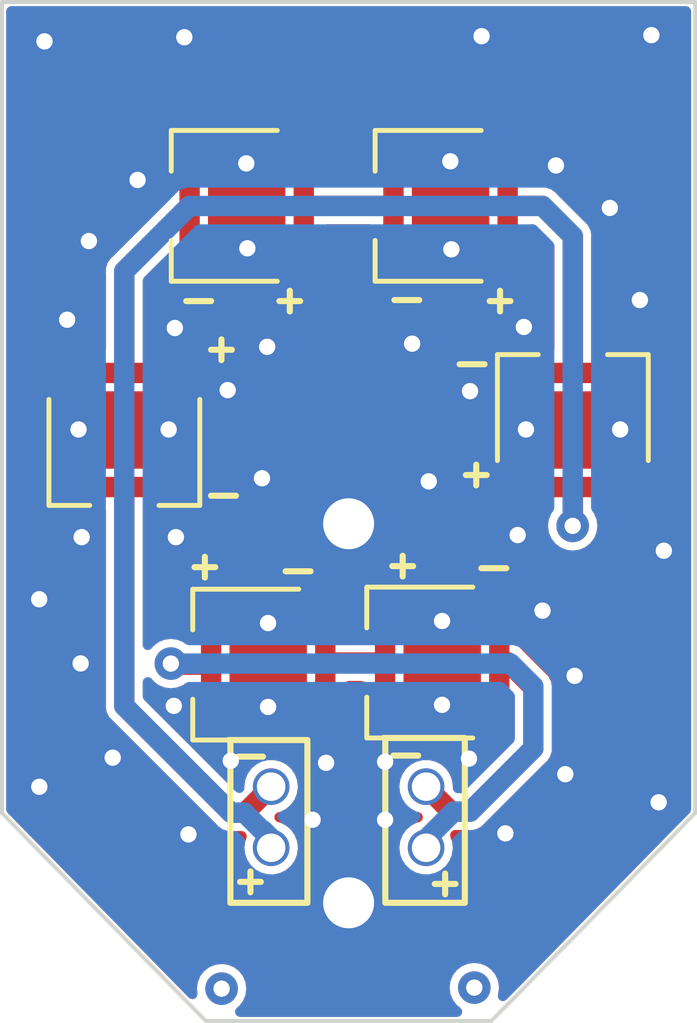
<source format=kicad_pcb>
(kicad_pcb (version 20211014) (generator pcbnew)
  (layers (0 "F.Cu" signal) (31 "B.Cu" signal) (34 "B.Paste" user) (35 "F.Paste" user) (36 "B.SilkS" user "B.Silkscreen") (37 "F.SilkS" user "F.Silkscreen") (38 "B.Mask" user) (39 "F.Mask" user) (44 "Edge.Cuts" user))
  (net 0 "")
  (net 1 "Net-(D1-Pad2)")
  (net 2 "Net-(D1-Pad1)")
  (net 3 "Net-(D1-Pad3)")
  (net 4 "Net-(D2-Pad2)")
  (net 5 "Net-(D2-Pad1)")
  (net 6 "Net-(D3-Pad2)")
  (net 7 "Net-(D4-Pad2)")
  (net 8 "Net-(D5-Pad2)")
  (net 9 "Net-(D8-Pad2)")
  (footprint "LED:LED_Cree-XHP35" (layer "F.Cu") (at 99.0436 64.0078)
    (fp_text reference "D3" hide)
    (fp_text value "LED_Cree_XHP50_6V" hide)
    (fp_line (start -1.85 1.85) (end -1.85 0.85) (layer "F.SilkS") (width 0.12))
    (fp_line (start -1.85 -1.85) (end -1.85 -0.85) (layer "F.SilkS") (width 0.12))
    (fp_line (start 0.75 1.85) (end -1.85 1.85) (layer "F.SilkS") (width 0.12))
    (fp_line (start 0.75 -1.85) (end -1.85 -1.85) (layer "F.SilkS") (width 0.12))
    (pad "1" smd rect locked (at -1.4 0) (size 0.5 3.3) (layers "F.Cu" "F.Paste" "F.Mask") (net 1 "Net-(D1-Pad2)"))
    (pad "2" smd rect locked (at 1.4 0) (size 0.5 3.3) (layers "F.Cu" "F.Paste" "F.Mask") (net 6 "Net-(D3-Pad2)"))
    (pad "3" smd rect locked (at 0 0) (size 1.3 3.3) (layers "F.Cu" "F.Mask") (net 3 "Net-(D1-Pad3)"))
  )
  (footprint "LED:LED_Cree-XHP35" (layer "F.Cu") (at 107.0436 69.5078 -90)
    (fp_text reference "D8" hide)
    (fp_text value "LED_Cree_XHP50_6V" hide)
    (fp_line (start -1.85 -1.85) (end -1.85 -0.85) (layer "F.SilkS") (width 0.12))
    (fp_line (start 0.75 -1.85) (end -1.85 -1.85) (layer "F.SilkS") (width 0.12))
    (fp_line (start 0.75 1.85) (end -1.85 1.85) (layer "F.SilkS") (width 0.12))
    (fp_line (start -1.85 1.85) (end -1.85 0.85) (layer "F.SilkS") (width 0.12))
    (pad "1" smd rect locked (at -1.4 0 270) (size 0.5 3.3) (layers "F.Cu" "F.Paste" "F.Mask") (net 8 "Net-(D5-Pad2)"))
    (pad "2" smd rect locked (at 1.4 0 270) (size 0.5 3.3) (layers "F.Cu" "F.Paste" "F.Mask") (net 9 "Net-(D8-Pad2)"))
    (pad "3" smd rect locked (at 0 0 270) (size 1.3 3.3) (layers "F.Cu" "F.Mask") (net 3 "Net-(D1-Pad3)"))
  )
  (footprint "mount_holes:Hole_screw_M1p2" (layer "F.Cu") (at 101.5436 81.1078)
    (fp_text reference "U2" hide)
    (fp_text value "Mounting_Hole_M2" hide)
    (pad "1" thru_hole circle (at 0 0) (size 1.35 1.35) (drill 1.25) (layers *.Cu *.Mask) (net 3 "Net-(D1-Pad3)"))
  )
  (footprint "Wire_holes:WireHole_0p7" (layer "F.Cu") (at 99.6436 79.7578)
    (fp_text reference "D9" hide)
    (fp_text value "Conn_Hole_0p7" hide)
    (pad "1" thru_hole circle (at 0 0) (size 0.9 0.9) (drill 0.7) (layers *.Cu *.Mask) (net 9 "Net-(D8-Pad2)"))
  )
  (footprint "Wire_holes:WireHole_0p7" (layer "F.Cu") (at 103.4436 79.7578)
    (fp_text reference "D7" hide)
    (fp_text value "Conn_Hole_0p7" hide)
    (pad "1" thru_hole circle (at 0 0) (size 0.9 0.9) (drill 0.7) (layers *.Cu *.Mask) (net 5 "Net-(D2-Pad1)"))
  )
  (footprint "LED:LED_Cree-XHP35" (layer "F.Cu") (at 104.0436 64.0078)
    (fp_text reference "D5" hide)
    (fp_text value "LED_Cree_XHP50_6V" hide)
    (fp_line (start 0.75 1.85) (end -1.85 1.85) (layer "F.SilkS") (width 0.12))
    (fp_line (start 0.75 -1.85) (end -1.85 -1.85) (layer "F.SilkS") (width 0.12))
    (fp_line (start -1.85 -1.85) (end -1.85 -0.85) (layer "F.SilkS") (width 0.12))
    (fp_line (start -1.85 1.85) (end -1.85 0.85) (layer "F.SilkS") (width 0.12))
    (pad "1" smd rect locked (at -1.4 0) (size 0.5 3.3) (layers "F.Cu" "F.Paste" "F.Mask") (net 6 "Net-(D3-Pad2)"))
    (pad "2" smd rect locked (at 1.4 0) (size 0.5 3.3) (layers "F.Cu" "F.Paste" "F.Mask") (net 8 "Net-(D5-Pad2)"))
    (pad "3" smd rect locked (at 0 0) (size 1.3 3.3) (layers "F.Cu" "F.Mask") (net 3 "Net-(D1-Pad3)"))
  )
  (footprint "LED:LED_Cree-XHP35" (layer "F.Cu") (at 96.0436 69.5078 90)
    (fp_text reference "D1" hide)
    (fp_text value "LED_Cree_XHP50_6V" hide)
    (fp_line (start -1.85 1.85) (end -1.85 0.85) (layer "F.SilkS") (width 0.12))
    (fp_line (start 0.75 1.85) (end -1.85 1.85) (layer "F.SilkS") (width 0.12))
    (fp_line (start -1.85 -1.85) (end -1.85 -0.85) (layer "F.SilkS") (width 0.12))
    (fp_line (start 0.75 -1.85) (end -1.85 -1.85) (layer "F.SilkS") (width 0.12))
    (pad "1" smd rect locked (at -1.4 0 90) (size 0.5 3.3) (layers "F.Cu" "F.Paste" "F.Mask") (net 2 "Net-(D1-Pad1)"))
    (pad "2" smd rect locked (at 1.4 0 90) (size 0.5 3.3) (layers "F.Cu" "F.Paste" "F.Mask") (net 1 "Net-(D1-Pad2)"))
    (pad "3" smd rect locked (at 0 0 90) (size 1.3 3.3) (layers "F.Cu" "F.Mask") (net 3 "Net-(D1-Pad3)"))
  )
  (footprint "LED:LED_Cree-XHP35" (layer "F.Cu") (at 99.5714 75.2638)
    (fp_text reference "D2" hide)
    (fp_text value "LED_Cree_XHP50_6V" hide)
    (fp_line (start 0.75 -1.85) (end -1.85 -1.85) (layer "F.SilkS") (width 0.12))
    (fp_line (start -1.85 1.85) (end -1.85 0.85) (layer "F.SilkS") (width 0.12))
    (fp_line (start 0.75 1.85) (end -1.85 1.85) (layer "F.SilkS") (width 0.12))
    (fp_line (start -1.85 -1.85) (end -1.85 -0.85) (layer "F.SilkS") (width 0.12))
    (pad "1" smd rect locked (at -1.4 0) (size 0.5 3.3) (layers "F.Cu" "F.Paste" "F.Mask") (net 5 "Net-(D2-Pad1)"))
    (pad "2" smd rect locked (at 1.4 0) (size 0.5 3.3) (layers "F.Cu" "F.Paste" "F.Mask") (net 4 "Net-(D2-Pad2)"))
    (pad "3" smd rect locked (at 0 0) (size 1.3 3.3) (layers "F.Cu" "F.Mask") (net 3 "Net-(D1-Pad3)"))
  )
  (footprint "Wire_holes:WireHole_0p7" (layer "F.Cu") (at 103.4436 78.2578)
    (fp_text reference "D6" hide)
    (fp_text value "Conn_Hole_0p7" hide)
    (pad "1" thru_hole circle (at 0 0) (size 0.9 0.9) (drill 0.7) (layers *.Cu *.Mask) (net 7 "Net-(D4-Pad2)"))
  )
  (footprint "LED:LED_Cree-XHP35" (layer "F.Cu") (at 103.8386 75.213)
    (fp_text reference "D4" hide)
    (fp_text value "LED_Cree_XHP50_6V" hide)
    (fp_line (start 0.75 1.85) (end -1.85 1.85) (layer "F.SilkS") (width 0.12))
    (fp_line (start -1.85 1.85) (end -1.85 0.85) (layer "F.SilkS") (width 0.12))
    (fp_line (start -1.85 -1.85) (end -1.85 -0.85) (layer "F.SilkS") (width 0.12))
    (fp_line (start 0.75 -1.85) (end -1.85 -1.85) (layer "F.SilkS") (width 0.12))
    (pad "1" smd rect locked (at -1.4 0) (size 0.5 3.3) (layers "F.Cu" "F.Paste" "F.Mask") (net 4 "Net-(D2-Pad2)"))
    (pad "2" smd rect locked (at 1.4 0) (size 0.5 3.3) (layers "F.Cu" "F.Paste" "F.Mask") (net 7 "Net-(D4-Pad2)"))
    (pad "3" smd rect locked (at 0 0) (size 1.3 3.3) (layers "F.Cu" "F.Mask") (net 3 "Net-(D1-Pad3)"))
  )
  (footprint "Wire_holes:WireHole_0p7" (layer "F.Cu") (at 99.6436 78.2578)
    (fp_text reference "D10" hide)
    (fp_text value "Conn_Hole_0p7" hide)
    (pad "1" thru_hole circle (at 0 0) (size 0.9 0.9) (drill 0.7) (layers *.Cu *.Mask) (net 2 "Net-(D1-Pad1)"))
  )
  (footprint "mount_holes:Hole_screw_M1p2" (layer "F.Cu") (at 101.5436 71.8078)
    (fp_text reference "U1" hide)
    (fp_text value "Mounting_Hole_M2" hide)
    (pad "1" thru_hole circle (at 0 0) (size 1.35 1.35) (drill 1.25) (layers *.Cu *.Mask) (net 3 "Net-(D1-Pad3)"))
  )
  (gr_line (start 99.1362 80.8482) (end 99.1362 80.3402) (layer "F.SilkS") (width 0.15))
  (gr_line (start 99.9998 72.9742) (end 100.6094 72.9742) (layer "F.SilkS") (width 0.15))
  (gr_rect (start 102.4436 77.0636) (end 104.394 81.1078) (layer "F.SilkS") (width 0.15) (fill none))
  (gr_line (start 105.2576 66.5988) (end 105.2576 66.0908) (layer "F.SilkS") (width 0.15))
  (gr_line (start 98.171 67.5386) (end 98.679 67.5386) (layer "F.SilkS") (width 0.15))
  (gr_line (start 104.4194 70.612) (end 104.9274 70.612) (layer "F.SilkS") (width 0.15))
  (gr_rect (start 98.6436 77.1144) (end 100.5332 81.1078) (layer "F.SilkS") (width 0.15) (fill none))
  (gr_line (start 102.87 73.1012) (end 102.87 72.5932) (layer "F.SilkS") (width 0.15))
  (gr_line (start 102.6668 66.3194) (end 103.2764 66.3194) (layer "F.SilkS") (width 0.15))
  (gr_line (start 104.8004 72.898) (end 105.41 72.898) (layer "F.SilkS") (width 0.15))
  (gr_line (start 98.425 67.7926) (end 98.425 67.2846) (layer "F.SilkS") (width 0.15))
  (gr_line (start 102.616 72.8472) (end 103.124 72.8472) (layer "F.SilkS") (width 0.15))
  (gr_line (start 103.9114 80.899) (end 103.9114 80.391) (layer "F.SilkS") (width 0.15))
  (gr_line (start 104.267 67.8942) (end 104.8766 67.8942) (layer "F.SilkS") (width 0.15))
  (gr_line (start 98.171 71.12) (end 98.7806 71.12) (layer "F.SilkS") (width 0.15))
  (gr_line (start 97.5614 66.3448) (end 98.171 66.3448) (layer "F.SilkS") (width 0.15))
  (gr_line (start 98.8314 77.5208) (end 99.441 77.5208) (layer "F.SilkS") (width 0.15))
  (gr_line (start 98.8822 80.5942) (end 99.3902 80.5942) (layer "F.SilkS") (width 0.15))
  (gr_line (start 105.0036 66.3448) (end 105.5116 66.3448) (layer "F.SilkS") (width 0.15))
  (gr_line (start 104.6734 70.866) (end 104.6734 70.358) (layer "F.SilkS") (width 0.15))
  (gr_line (start 97.7646 72.8726) (end 98.2726 72.8726) (layer "F.SilkS") (width 0.15))
  (gr_line (start 98.0186 73.1266) (end 98.0186 72.6186) (layer "F.SilkS") (width 0.15))
  (gr_line (start 103.6574 80.645) (end 104.1654 80.645) (layer "F.SilkS") (width 0.15))
  (gr_line (start 100.1014 66.5988) (end 100.1014 66.0908) (layer "F.SilkS") (width 0.15))
  (gr_line (start 102.6414 77.4954) (end 103.251 77.4954) (layer "F.SilkS") (width 0.15))
  (gr_line (start 99.8474 66.3448) (end 100.3554 66.3448) (layer "F.SilkS") (width 0.15))
  (gr_line (start 105.0436 84.0078) (end 110.0436 78.9078) (layer "Edge.Cuts") (width 0.1))
  (gr_line (start 110.0436 59.0078) (end 93.0436 59.0078) (layer "Edge.Cuts") (width 0.1))
  (gr_line (start 93.0436 78.9078) (end 98.0436 84.0078) (layer "Edge.Cuts") (width 0.1))
  (gr_line (start 110.0436 78.9078) (end 110.0436 59.0078) (layer "Edge.Cuts") (width 0.1))
  (gr_line (start 98.0436 84.0078) (end 105.0436 84.0078) (layer "Edge.Cuts") (width 0.1))
  (gr_line (start 93.0436 78.9078) (end 93.0436 59.0078) (layer "Edge.Cuts") (width 0.1))
  (via (at 104.626 83.1886) (size 0.8) (drill 0.4) (layers "F.Cu" "B.Cu") (net 0))
  (via (at 98.4284 83.214) (size 0.8) (drill 0.4) (layers "F.Cu" "B.Cu") (net 0))
  (segment (start 96.0436 65.6078) (end 97.6436 64.0078) (width 0.5) (layer "F.Cu") (net 1))
  (segment (start 96.0436 68.1078) (end 96.0436 65.6078) (width 0.5) (layer "F.Cu") (net 1))
  (segment (start 99.0054 78.896) (end 98.657 78.896) (width 0.5) (layer "F.Cu") (net 2))
  (segment (start 98.657 78.896) (end 96.0436 76.2826) (width 0.5) (layer "F.Cu") (net 2))
  (segment (start 96.0436 76.2826) (end 96.0436 70.9078) (width 0.5) (layer "F.Cu") (net 2))
  (segment (start 99.6436 78.2578) (end 99.0054 78.896) (width 0.5) (layer "F.Cu") (net 2))
  (via (at 105.388 79.404) (size 0.8) (drill 0.4) (layers "F.Cu" "B.Cu") (net 3))
  (via (at 104.4956 77.5716) (size 0.8) (drill 0.4) (layers "F.Cu" "B.Cu") (net 3))
  (via (at 95.758 77.5462) (size 0.8) (drill 0.4) (layers "F.Cu" "B.Cu") (net 3))
  (via (at 108.9694 59.8206) (size 0.8) (drill 0.4) (layers "F.Cu" "B.Cu") (net 3))
  (via (at 100.9904 77.6732) (size 0.8) (drill 0.4) (layers "F.Cu" "B.Cu") (net 3))
  (via (at 100.6602 79.0702) (size 0.8) (drill 0.4) (layers "F.Cu" "B.Cu") (net 3))
  (via (at 94.6404 66.802) (size 0.8) (drill 0.4) (layers "F.Cu" "B.Cu") (net 3))
  (via (at 94.9706 75.2348) (size 0.8) (drill 0.4) (layers "F.Cu" "B.Cu") (net 3))
  (via (at 103.102 67.3898) (size 0.8) (drill 0.4) (layers "F.Cu" "B.Cu") (net 3))
  (via (at 107.95 64.0588) (size 0.8) (drill 0.4) (layers "F.Cu" "B.Cu") (net 3))
  (via (at 97.282 67.0052) (size 0.8) (drill 0.4) (layers "F.Cu" "B.Cu") (net 3))
  (via (at 99.546 67.466) (size 0.8) (drill 0.4) (layers "F.Cu" "B.Cu") (net 3))
  (via (at 105.6894 72.0852) (size 0.8) (drill 0.4) (layers "F.Cu" "B.Cu") (net 3))
  (via (at 94.085 59.973) (size 0.8) (drill 0.4) (layers "F.Cu" "B.Cu") (net 3))
  (via (at 107.0864 75.5396) (size 0.8) (drill 0.4) (layers "F.Cu" "B.Cu") (net 3))
  (via (at 108.204 69.4944) (size 0.8) (drill 0.4) (layers "F.Cu" "B.Cu") (net 3))
  (via (at 93.9546 73.66) (size 0.8) (drill 0.4) (layers "F.Cu" "B.Cu") (net 3))
  (via (at 94.9198 69.4944) (size 0.8) (drill 0.4) (layers "F.Cu" "B.Cu") (net 3))
  (via (at 104.8038 59.846) (size 0.8) (drill 0.4) (layers "F.Cu" "B.Cu") (net 3))
  (via (at 103.8352 74.1934) (size 0.8) (drill 0.4) (layers "F.Cu" "B.Cu") (net 3))
  (via (at 99.06 65.0494) (size 0.8) (drill 0.4) (layers "F.Cu" "B.Cu") (net 3))
  (via (at 97.3074 72.136) (size 0.8) (drill 0.4) (layers "F.Cu" "B.Cu") (net 3))
  (via (at 99.0346 62.9666) (size 0.8) (drill 0.4) (layers "F.Cu" "B.Cu") (net 3))
  (via (at 106.299 73.9394) (size 0.8) (drill 0.4) (layers "F.Cu" "B.Cu") (net 3))
  (via (at 106.6292 63.0174) (size 0.8) (drill 0.4) (layers "F.Cu" "B.Cu") (net 3))
  (via (at 108.6866 66.3194) (size 0.8) (drill 0.4) (layers "F.Cu" "B.Cu") (net 3))
  (via (at 97.1296 69.4944) (size 0.8) (drill 0.4) (layers "F.Cu" "B.Cu") (net 3))
  (via (at 94.996 72.136) (size 0.8) (drill 0.4) (layers "F.Cu" "B.Cu") (net 3))
  (via (at 99.568 74.2442) (size 0.8) (drill 0.4) (layers "F.Cu" "B.Cu") (net 3))
  (via (at 97.514 59.8714) (size 0.8) (drill 0.4) (layers "F.Cu" "B.Cu") (net 3))
  (via (at 104.0638 65.0748) (size 0.8) (drill 0.4) (layers "F.Cu" "B.Cu") (net 3))
  (via (at 109.2742 72.4698) (size 0.8) (drill 0.4) (layers "F.Cu" "B.Cu") (net 3))
  (via (at 104.521 68.5546) (size 0.8) (drill 0.4) (layers "F.Cu" "B.Cu") (net 3))
  (via (at 97.2566 76.2762) (size 0.8) (drill 0.4) (layers "F.Cu" "B.Cu") (net 3))
  (via (at 97.6156 79.4294) (size 0.8) (drill 0.4) (layers "F.Cu" "B.Cu") (net 3))
  (via (at 106.8578 77.9526) (size 0.8) (drill 0.4) (layers "F.Cu" "B.Cu") (net 3))
  (via (at 109.1472 78.642) (size 0.8) (drill 0.4) (layers "F.Cu" "B.Cu") (net 3))
  (via (at 103.8352 76.2508) (size 0.8) (drill 0.4) (layers "F.Cu" "B.Cu") (net 3))
  (via (at 102.4382 77.6478) (size 0.8) (drill 0.4) (layers "F.Cu" "B.Cu") (net 3))
  (via (at 105.8418 66.9798) (size 0.8) (drill 0.4) (layers "F.Cu" "B.Cu") (net 3))
  (via (at 98.6536 77.6224) (size 0.8) (drill 0.4) (layers "F.Cu" "B.Cu") (net 3))
  (via (at 99.419 70.6918) (size 0.8) (drill 0.4) (layers "F.Cu" "B.Cu") (net 3))
  (via (at 99.568 76.3016) (size 0.8) (drill 0.4) (layers "F.Cu" "B.Cu") (net 3))
  (via (at 104.0384 62.9158) (size 0.8) (drill 0.4) (layers "F.Cu" "B.Cu") (net 3))
  (via (at 96.3676 63.373) (size 0.8) (drill 0.4) (layers "F.Cu" "B.Cu") (net 3))
  (via (at 95.1738 64.8716) (size 0.8) (drill 0.4) (layers "F.Cu" "B.Cu") (net 3))
  (via (at 102.4382 79.0702) (size 0.8) (drill 0.4) (layers "F.Cu" "B.Cu") (net 3))
  (via (at 93.958 78.261) (size 0.8) (drill 0.4) (layers "F.Cu" "B.Cu") (net 3))
  (via (at 98.5774 68.5292) (size 0.8) (drill 0.4) (layers "F.Cu" "B.Cu") (net 3))
  (via (at 105.8926 69.4944) (size 0.8) (drill 0.4) (layers "F.Cu" "B.Cu") (net 3))
  (via (at 103.5084 70.768) (size 0.8) (drill 0.4) (layers "F.Cu" "B.Cu") (net 3))
  (segment (start 102.4386 75.213) (end 101.0222 75.213) (width 0.5) (layer "F.Cu") (net 4))
  (segment (start 101.0222 75.213) (end 100.9714 75.2638) (width 0.5) (layer "F.Cu") (net 4))
  (segment (start 98.1714 75.2638) (end 97.2092 75.2638) (width 0.5) (layer "F.Cu") (net 5))
  (segment (start 97.2092 75.2638) (end 97.1838 75.2384) (width 0.5) (layer "F.Cu") (net 5))
  (via (at 97.1838 75.2384) (size 0.8) (drill 0.4) (layers "F.Cu" "B.Cu") (net 5))
  (segment (start 106.0738 77.3212) (end 104.5244 78.8706) (width 0.5) (layer "B.Cu") (net 5))
  (segment (start 104.118 78.8706) (end 103.4436 79.545) (width 0.5) (layer "B.Cu") (net 5))
  (segment (start 103.4436 79.545) (end 103.4436 79.7578) (width 0.5) (layer "B.Cu") (net 5))
  (segment (start 97.1838 75.2384) (end 105.515 75.2384) (width 0.5) (layer "B.Cu") (net 5))
  (segment (start 106.0738 75.7972) (end 106.0738 77.3212) (width 0.5) (layer "B.Cu") (net 5))
  (segment (start 104.5244 78.8706) (end 104.118 78.8706) (width 0.5) (layer "B.Cu") (net 5))
  (segment (start 105.515 75.2384) (end 106.0738 75.7972) (width 0.5) (layer "B.Cu") (net 5))
  (segment (start 100.4436 64.0078) (end 102.6436 64.0078) (width 0.5) (layer "F.Cu") (net 6))
  (segment (start 106.0738 77.3212) (end 106.0738 75.8226) (width 0.5) (layer "F.Cu") (net 7))
  (segment (start 103.4436 78.2578) (end 104.0564 78.8706) (width 0.5) (layer "F.Cu") (net 7))
  (segment (start 105.4642 75.213) (end 105.2386 75.213) (width 0.5) (layer "F.Cu") (net 7))
  (segment (start 106.0738 75.8226) (end 105.4642 75.213) (width 0.5) (layer "F.Cu") (net 7))
  (segment (start 104.5244 78.8706) (end 106.0738 77.3212) (width 0.5) (layer "F.Cu") (net 7))
  (segment (start 104.0564 78.8706) (end 104.5244 78.8706) (width 0.5) (layer "F.Cu") (net 7))
  (segment (start 106.2986 64.0078) (end 107.0436 64.7528) (width 0.5) (layer "F.Cu") (net 8))
  (segment (start 105.4436 64.0078) (end 106.2986 64.0078) (width 0.5) (layer "F.Cu") (net 8))
  (segment (start 107.0436 64.7528) (end 107.0436 68.1078) (width 0.5) (layer "F.Cu") (net 8))
  (segment (start 107.0436 71.8556) (end 107.0436 70.9078) (width 0.5) (layer "F.Cu") (net 9))
  (segment (start 107.039 71.8602) (end 107.0436 71.8556) (width 0.5) (layer "F.Cu") (net 9))
  (via (at 107.039 71.8602) (size 0.8) (drill 0.4) (layers "F.Cu" "B.Cu") (net 9))
  (segment (start 99.4444 79.3278) (end 99.6436 79.527) (width 0.5) (layer "B.Cu") (net 9))
  (segment (start 98.9872 78.896) (end 99.419 79.3278) (width 0.5) (layer "B.Cu") (net 9))
  (segment (start 107.039 64.7482) (end 106.3024 64.0116) (width 0.5) (layer "B.Cu") (net 9))
  (segment (start 96.0408 65.6118) (end 96.0408 76.2798) (width 0.5) (layer "B.Cu") (net 9))
  (segment (start 99.6436 79.527) (end 99.6436 79.7578) (width 0.5) (layer "B.Cu") (net 9))
  (segment (start 99.419 79.3278) (end 99.4444 79.3278) (width 0.5) (layer "B.Cu") (net 9))
  (segment (start 97.641 64.0116) (end 96.0408 65.6118) (width 0.5) (layer "B.Cu") (net 9))
  (segment (start 96.0408 76.2798) (end 98.657 78.896) (width 0.5) (layer "B.Cu") (net 9))
  (segment (start 106.3024 64.0116) (end 97.641 64.0116) (width 0.5) (layer "B.Cu") (net 9))
  (segment (start 98.657 78.896) (end 98.9872 78.896) (width 0.5) (layer "B.Cu") (net 9))
  (segment (start 107.039 71.8602) (end 107.039 64.7482) (width 0.5) (layer "B.Cu") (net 9))
  (zone (net 3) (net_name "Net-(D1-Pad3)") (layers F&B.Cu) (connect_pads yes (clearance 0.1)) (min_thickness 0.254) (fill yes (thermal_gap 0.508) (thermal_bridge_width 0.508))
    (polygon (pts (xy 110.0362 78.9214) (xy 105.0578 84.0014) (xy 98.0474 84.0014) (xy 93.0436 78.896) (xy 93.0436 58.9824) (xy 110.0616 58.9824)))
  )
)
</source>
